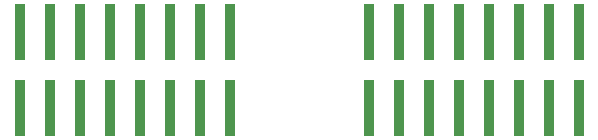
<source format=gtp>
%TF.GenerationSoftware,Altium Limited,Altium Designer,23.1.1 (15)*%
G04 Layer_Color=8421504*
%FSLAX25Y25*%
%MOIN*%
%TF.SameCoordinates,FA324DF6-1FC1-44E6-B842-7DB02DEBFDBB*%
%TF.FilePolarity,Positive*%
%TF.FileFunction,Paste,Top*%
%TF.Part,Single*%
G01*
G75*
%TA.AperFunction,SMDPad,CuDef*%
%ADD10R,0.03504X0.18898*%
D10*
X-85827Y285433D02*
D03*
Y259842D02*
D03*
X-95827Y285433D02*
D03*
Y259842D02*
D03*
X-105827Y285433D02*
D03*
Y259842D02*
D03*
X-115827Y285433D02*
D03*
Y259842D02*
D03*
X-125827Y285433D02*
D03*
Y259842D02*
D03*
X-135827Y285433D02*
D03*
Y259842D02*
D03*
X-145827Y285433D02*
D03*
Y259842D02*
D03*
X-155827Y285433D02*
D03*
Y259842D02*
D03*
X-202284Y285433D02*
D03*
Y259842D02*
D03*
X-212283Y285433D02*
D03*
Y259842D02*
D03*
X-222284Y285433D02*
D03*
Y259842D02*
D03*
X-232283Y285433D02*
D03*
Y259842D02*
D03*
X-242284Y285433D02*
D03*
Y259842D02*
D03*
X-252284Y285433D02*
D03*
Y259842D02*
D03*
X-262283Y285433D02*
D03*
Y259842D02*
D03*
X-272284Y285433D02*
D03*
Y259842D02*
D03*
%TF.MD5,039b5c1f437879d3f813ddba4b725d17*%
M02*

</source>
